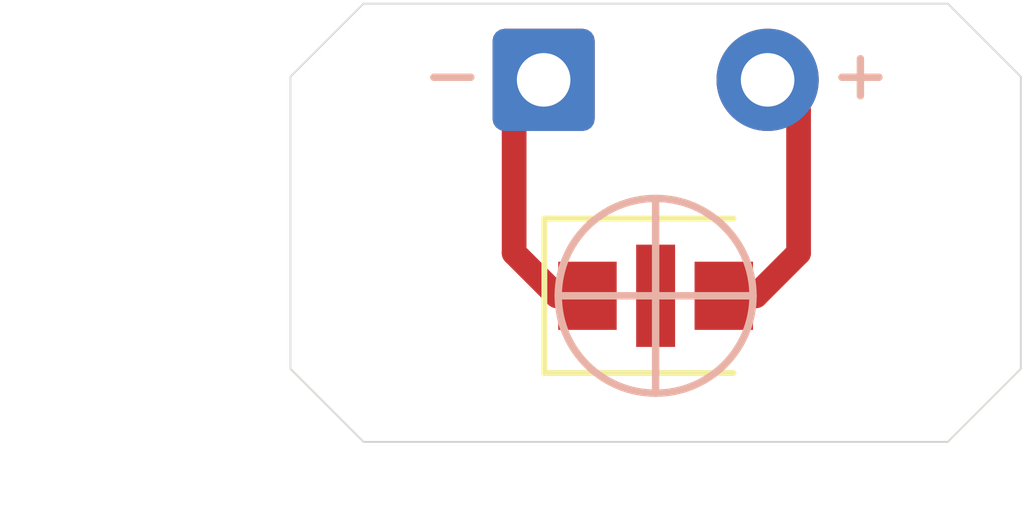
<source format=kicad_pcb>
(kicad_pcb (version 20171130) (host pcbnew 5.1.10-1.fc34)

  (general
    (thickness 1.6)
    (drawings 17)
    (tracks 8)
    (zones 0)
    (modules 4)
    (nets 3)
  )

  (page USLetter)
  (title_block
    (title "Printalyzer Densitometer - Transmission LED Board")
    (date 2021-06-??)
    (rev A)
    (company LogicProbe.org)
    (comment 1 "Derek Konigsberg")
  )

  (layers
    (0 F.Cu signal)
    (31 B.Cu signal)
    (32 B.Adhes user)
    (33 F.Adhes user)
    (34 B.Paste user)
    (35 F.Paste user)
    (36 B.SilkS user)
    (37 F.SilkS user)
    (38 B.Mask user)
    (39 F.Mask user)
    (40 Dwgs.User user)
    (41 Cmts.User user)
    (42 Eco1.User user)
    (43 Eco2.User user)
    (44 Edge.Cuts user)
    (45 Margin user)
    (46 B.CrtYd user)
    (47 F.CrtYd user)
    (48 B.Fab user hide)
    (49 F.Fab user hide)
  )

  (setup
    (last_trace_width 0.254)
    (user_trace_width 0.127)
    (user_trace_width 0.254)
    (user_trace_width 0.381)
    (user_trace_width 0.508)
    (user_trace_width 0.762)
    (user_trace_width 3.500001)
    (trace_clearance 0.127)
    (zone_clearance 0.508)
    (zone_45_only no)
    (trace_min 0.0889)
    (via_size 0.6858)
    (via_drill 0.3302)
    (via_min_size 0.45)
    (via_min_drill 0.2)
    (user_via 0.6096 0.3556)
    (user_via 0.8 0.4)
    (user_via 0.889 0.381)
    (uvia_size 0.6858)
    (uvia_drill 0.3302)
    (uvias_allowed no)
    (uvia_min_size 0.2)
    (uvia_min_drill 0.1)
    (edge_width 0.0381)
    (segment_width 0.254)
    (pcb_text_width 0.3048)
    (pcb_text_size 1.524 1.524)
    (mod_edge_width 0.1524)
    (mod_text_size 0.8128 0.8128)
    (mod_text_width 0.1524)
    (pad_size 1.524 1.524)
    (pad_drill 0.762)
    (pad_to_mask_clearance 0.05)
    (pad_to_paste_clearance_ratio -0.05)
    (aux_axis_origin 0 0)
    (visible_elements FFFFFF7F)
    (pcbplotparams
      (layerselection 0x010fc_ffffffff)
      (usegerberextensions true)
      (usegerberattributes false)
      (usegerberadvancedattributes false)
      (creategerberjobfile false)
      (excludeedgelayer true)
      (linewidth 0.150000)
      (plotframeref false)
      (viasonmask false)
      (mode 1)
      (useauxorigin false)
      (hpglpennumber 1)
      (hpglpenspeed 20)
      (hpglpendiameter 15.000000)
      (psnegative false)
      (psa4output false)
      (plotreference true)
      (plotvalue false)
      (plotinvisibletext false)
      (padsonsilk false)
      (subtractmaskfromsilk true)
      (outputformat 1)
      (mirror false)
      (drillshape 0)
      (scaleselection 1)
      (outputdirectory "gerber/"))
  )

  (net 0 "")
  (net 1 "Net-(D1-Pad2)")
  (net 2 "Net-(D1-Pad1)")

  (net_class Default "This is the default net class."
    (clearance 0.127)
    (trace_width 0.254)
    (via_dia 0.6858)
    (via_drill 0.3302)
    (uvia_dia 0.6858)
    (uvia_drill 0.3302)
    (add_net "Net-(D1-Pad1)")
    (add_net "Net-(D1-Pad2)")
  )

  (module lib_fp:LED_WL-SWTP-3022 locked (layer F.Cu) (tedit 605967A3) (tstamp 6093B4CB)
    (at 120 80)
    (descr "LED SMD 1208 (3020 Metric), (Body size source: https://www.we-online.de/katalog/datasheet/158302250.pdf)")
    (tags LED)
    (path /609352D1)
    (attr smd)
    (fp_text reference D1 (at 0 -2.28) (layer F.SilkS) hide
      (effects (font (size 1 1) (thickness 0.15)))
    )
    (fp_text value LED (at 0 2.54) (layer F.Fab)
      (effects (font (size 1 1) (thickness 0.15)))
    )
    (fp_line (start -1.6 -0.625) (end -1.6 1.25) (layer F.Fab) (width 0.1))
    (fp_line (start -1.6 1.25) (end 1.6 1.25) (layer F.Fab) (width 0.1))
    (fp_line (start 1.6 -1.25) (end -0.975 -1.25) (layer F.Fab) (width 0.1))
    (fp_line (start -0.975 -1.25) (end -1.6 -0.625) (layer F.Fab) (width 0.1))
    (fp_line (start 1.6 1.25) (end 1.6 -1.25) (layer F.Fab) (width 0.1))
    (fp_line (start -2.28 1.58) (end -2.28 -1.58) (layer F.CrtYd) (width 0.05))
    (fp_line (start -2.28 -1.58) (end 2.28 -1.58) (layer F.CrtYd) (width 0.05))
    (fp_line (start 2.28 -1.58) (end 2.28 1.58) (layer F.CrtYd) (width 0.05))
    (fp_line (start 2.28 1.58) (end -2.28 1.58) (layer F.CrtYd) (width 0.05))
    (fp_line (start -2.285 -1.585) (end -2.285 1.585) (layer F.SilkS) (width 0.12))
    (fp_line (start -2.285 1.585) (end 1.6 1.585) (layer F.SilkS) (width 0.12))
    (fp_line (start 1.6 -1.585) (end -2.285 -1.585) (layer F.SilkS) (width 0.12))
    (fp_text user %R (at 0 0) (layer F.Fab)
      (effects (font (size 0.8 0.8) (thickness 0.12)))
    )
    (pad ~ smd rect (at 0 0) (size 0.8 2.1) (layers F.Cu F.Paste F.Mask))
    (pad 2 smd rect (at 1.4 0) (size 1.2 1.4) (layers F.Cu F.Paste F.Mask)
      (net 1 "Net-(D1-Pad2)"))
    (pad 1 smd rect (at -1.4 0) (size 1.2 1.4) (layers F.Cu F.Paste F.Mask)
      (net 2 "Net-(D1-Pad1)"))
    (model ${KIPRJMOD}/../modules/packages3d/lib_fp.3dshapes/WL-SWTP-3022.step
      (at (xyz 0 0 0))
      (scale (xyz 1 1 1))
      (rotate (xyz 0 0 -90))
    )
  )

  (module Connector_Wire:SolderWire-0.5sqmm_1x02_P4.6mm_D0.9mm_OD2.1mm (layer F.Cu) (tedit 5EB70B43) (tstamp 6093B4DC)
    (at 117.7 75.565)
    (descr "Soldered wire connection, for 2 times 0.5 mm² wires, basic insulation, conductor diameter 0.9mm, outer diameter 2.1mm, size source Multi-Contact FLEXI-E 0.5 (https://ec.staubli.com/AcroFiles/Catalogues/TM_Cab-Main-11014119_(en)_hi.pdf), bend radius 3 times outer diameter, generated with kicad-footprint-generator")
    (tags "connector wire 0.5sqmm")
    (path /6093685B)
    (attr virtual)
    (fp_text reference J1 (at 2.3 -2.25) (layer F.SilkS) hide
      (effects (font (size 1 1) (thickness 0.15)))
    )
    (fp_text value Conn_01x02 (at 2.3 2.25) (layer F.Fab)
      (effects (font (size 1 1) (thickness 0.15)))
    )
    (fp_line (start 6.4 -1.55) (end 2.8 -1.55) (layer F.CrtYd) (width 0.05))
    (fp_line (start 6.4 1.55) (end 6.4 -1.55) (layer F.CrtYd) (width 0.05))
    (fp_line (start 2.8 1.55) (end 6.4 1.55) (layer F.CrtYd) (width 0.05))
    (fp_line (start 2.8 -1.55) (end 2.8 1.55) (layer F.CrtYd) (width 0.05))
    (fp_line (start 1.8 -1.55) (end -1.8 -1.55) (layer F.CrtYd) (width 0.05))
    (fp_line (start 1.8 1.55) (end 1.8 -1.55) (layer F.CrtYd) (width 0.05))
    (fp_line (start -1.8 1.55) (end 1.8 1.55) (layer F.CrtYd) (width 0.05))
    (fp_line (start -1.8 -1.55) (end -1.8 1.55) (layer F.CrtYd) (width 0.05))
    (fp_circle (center 4.6 0) (end 5.65 0) (layer F.Fab) (width 0.1))
    (fp_circle (center 0 0) (end 1.05 0) (layer F.Fab) (width 0.1))
    (fp_text user %R (at 2.3 0 90) (layer F.Fab)
      (effects (font (size 0.78 0.78) (thickness 0.12)))
    )
    (pad 2 thru_hole circle (at 4.6 0) (size 2.1 2.1) (drill 1.1) (layers *.Cu *.Mask)
      (net 1 "Net-(D1-Pad2)"))
    (pad 1 thru_hole roundrect (at 0 0) (size 2.1 2.1) (drill 1.1) (layers *.Cu *.Mask) (roundrect_rratio 0.119047619047619)
      (net 2 "Net-(D1-Pad1)"))
    (model ${KISYS3DMOD}/Connector_Wire.3dshapes/SolderWire-0.5sqmm_1x02_P4.6mm_D0.9mm_OD2.1mm.wrl
      (at (xyz 0 0 0))
      (scale (xyz 1 1 1))
      (rotate (xyz 0 0 0))
    )
  )

  (module MountingHole:MountingHole_2.2mm_M2 (layer F.Cu) (tedit 56D1B4CB) (tstamp 6093B95F)
    (at 125 80)
    (descr "Mounting Hole 2.2mm, no annular, M2")
    (tags "mounting hole 2.2mm no annular m2")
    (path /6093F399)
    (attr virtual)
    (fp_text reference H2 (at 0 -3.2) (layer F.SilkS) hide
      (effects (font (size 1 1) (thickness 0.15)))
    )
    (fp_text value MountingHole (at 0 3.2) (layer F.Fab)
      (effects (font (size 1 1) (thickness 0.15)))
    )
    (fp_circle (center 0 0) (end 2.45 0) (layer F.CrtYd) (width 0.05))
    (fp_circle (center 0 0) (end 2.2 0) (layer Cmts.User) (width 0.15))
    (fp_text user %R (at 0.3 0) (layer F.Fab)
      (effects (font (size 1 1) (thickness 0.15)))
    )
    (pad 1 np_thru_hole circle (at 0 0) (size 2.2 2.2) (drill 2.2) (layers *.Cu *.Mask))
  )

  (module MountingHole:MountingHole_2.2mm_M2 (layer F.Cu) (tedit 56D1B4CB) (tstamp 6093B957)
    (at 115 80)
    (descr "Mounting Hole 2.2mm, no annular, M2")
    (tags "mounting hole 2.2mm no annular m2")
    (path /6093E7FB)
    (attr virtual)
    (fp_text reference H1 (at 0 -3.2) (layer F.SilkS) hide
      (effects (font (size 1 1) (thickness 0.15)))
    )
    (fp_text value MountingHole (at 0 3.2) (layer F.Fab)
      (effects (font (size 1 1) (thickness 0.15)))
    )
    (fp_circle (center 0 0) (end 2.45 0) (layer F.CrtYd) (width 0.05))
    (fp_circle (center 0 0) (end 2.2 0) (layer Cmts.User) (width 0.15))
    (fp_text user %R (at 0.3 0) (layer F.Fab)
      (effects (font (size 1 1) (thickness 0.15)))
    )
    (pad 1 np_thru_hole circle (at 0 0) (size 2.2 2.2) (drill 2.2) (layers *.Cu *.Mask))
  )

  (dimension 9 (width 0.15) (layer Dwgs.User)
    (gr_text "9.000 mm" (at 110.200001 78.5 270) (layer Dwgs.User)
      (effects (font (size 1 1) (thickness 0.15)))
    )
    (feature1 (pts (xy 112 83) (xy 110.91358 83)))
    (feature2 (pts (xy 112 74) (xy 110.91358 74)))
    (crossbar (pts (xy 111.500001 74) (xy 111.500001 83)))
    (arrow1a (pts (xy 111.500001 83) (xy 110.91358 81.873496)))
    (arrow1b (pts (xy 111.500001 83) (xy 112.086422 81.873496)))
    (arrow2a (pts (xy 111.500001 74) (xy 110.91358 75.126504)))
    (arrow2b (pts (xy 111.500001 74) (xy 112.086422 75.126504)))
  )
  (dimension 15 (width 0.15) (layer Dwgs.User)
    (gr_text "15.000 mm" (at 120 85.299999) (layer Dwgs.User)
      (effects (font (size 1 1) (thickness 0.15)))
    )
    (feature1 (pts (xy 127.5 83.5) (xy 127.5 84.58642)))
    (feature2 (pts (xy 112.5 83.5) (xy 112.5 84.58642)))
    (crossbar (pts (xy 112.5 83.999999) (xy 127.5 83.999999)))
    (arrow1a (pts (xy 127.5 83.999999) (xy 126.373496 84.58642)))
    (arrow1b (pts (xy 127.5 83.999999) (xy 126.373496 83.413578)))
    (arrow2a (pts (xy 112.5 83.999999) (xy 113.626504 84.58642)))
    (arrow2b (pts (xy 112.5 83.999999) (xy 113.626504 83.413578)))
  )
  (gr_line (start 114 74) (end 112.5 75.5) (layer Edge.Cuts) (width 0.0381) (tstamp 6093C3B9))
  (gr_line (start 126 74) (end 127.5 75.5) (layer Edge.Cuts) (width 0.0381) (tstamp 6093C39C))
  (gr_line (start 114 83) (end 112.5 81.5) (layer Edge.Cuts) (width 0.0381))
  (gr_line (start 126 83) (end 127.5 81.5) (layer Edge.Cuts) (width 0.0381))
  (gr_line (start 118 80) (end 122 80) (layer B.SilkS) (width 0.1524))
  (gr_line (start 120 78) (end 120 82) (layer B.SilkS) (width 0.1524))
  (gr_circle (center 120 80) (end 122 80) (layer B.SilkS) (width 0.1524))
  (gr_text - (at 115.824 75.438) (layer B.SilkS) (tstamp 6093C2A0)
    (effects (font (size 1 1) (thickness 0.15)))
  )
  (gr_text + (at 124.206 75.438) (layer B.SilkS) (tstamp 6093C29B)
    (effects (font (size 1 1) (thickness 0.15)))
  )
  (gr_text - (at 115.824 75.438) (layer F.SilkS)
    (effects (font (size 1 1) (thickness 0.15)))
  )
  (gr_text + (at 124.206 75.438) (layer F.SilkS)
    (effects (font (size 1 1) (thickness 0.15)))
  )
  (gr_line (start 126 83) (end 114 83) (layer Edge.Cuts) (width 0.0381) (tstamp 6093C133))
  (gr_line (start 127.5 75.5) (end 127.5 81.5) (layer Edge.Cuts) (width 0.0381))
  (gr_line (start 114 74) (end 126 74) (layer Edge.Cuts) (width 0.0381))
  (gr_line (start 112.5 81.5) (end 112.5 75.5) (layer Edge.Cuts) (width 0.0381))

  (segment (start 122.936 76.201) (end 122.3 75.565) (width 0.508) (layer F.Cu) (net 1))
  (segment (start 122.936 79.121) (end 122.936 76.201) (width 0.508) (layer F.Cu) (net 1))
  (segment (start 122.057 80) (end 122.936 79.121) (width 0.508) (layer F.Cu) (net 1))
  (segment (start 121.4 80) (end 122.057 80) (width 0.508) (layer F.Cu) (net 1))
  (segment (start 117.094 76.171) (end 117.7 75.565) (width 0.508) (layer F.Cu) (net 2))
  (segment (start 117.094 79.121) (end 117.094 76.171) (width 0.508) (layer F.Cu) (net 2))
  (segment (start 117.973 80) (end 117.094 79.121) (width 0.508) (layer F.Cu) (net 2))
  (segment (start 118.6 80) (end 117.973 80) (width 0.508) (layer F.Cu) (net 2))

)

</source>
